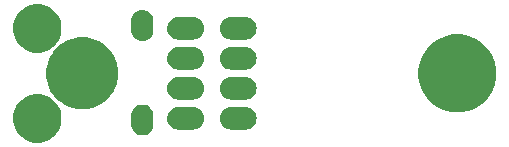
<source format=gbr>
G04 #@! TF.GenerationSoftware,KiCad,Pcbnew,5.1.5+dfsg1-2build2*
G04 #@! TF.CreationDate,2022-10-31T13:26:34+01:00*
G04 #@! TF.ProjectId,DHTBreakout,44485442-7265-4616-9b6f-75742e6b6963,rev?*
G04 #@! TF.SameCoordinates,Original*
G04 #@! TF.FileFunction,Soldermask,Top*
G04 #@! TF.FilePolarity,Negative*
%FSLAX46Y46*%
G04 Gerber Fmt 4.6, Leading zero omitted, Abs format (unit mm)*
G04 Created by KiCad (PCBNEW 5.1.5+dfsg1-2build2) date 2022-10-31 13:26:34*
%MOMM*%
%LPD*%
G04 APERTURE LIST*
%ADD10C,0.150000*%
G04 APERTURE END LIST*
D10*
G36*
X52288254Y-43337818D02*
G01*
X52661511Y-43492426D01*
X52661513Y-43492427D01*
X52997436Y-43716884D01*
X53283116Y-44002564D01*
X53482155Y-44300446D01*
X53507574Y-44338489D01*
X53662182Y-44711746D01*
X53741000Y-45107993D01*
X53741000Y-45512007D01*
X53662182Y-45908254D01*
X53516070Y-46261000D01*
X53507573Y-46281513D01*
X53283116Y-46617436D01*
X52997436Y-46903116D01*
X52661513Y-47127573D01*
X52661512Y-47127574D01*
X52661511Y-47127574D01*
X52288254Y-47282182D01*
X51892007Y-47361000D01*
X51487993Y-47361000D01*
X51091746Y-47282182D01*
X50718489Y-47127574D01*
X50718488Y-47127574D01*
X50718487Y-47127573D01*
X50382564Y-46903116D01*
X50096884Y-46617436D01*
X49872427Y-46281513D01*
X49863930Y-46261000D01*
X49717818Y-45908254D01*
X49639000Y-45512007D01*
X49639000Y-45107993D01*
X49717818Y-44711746D01*
X49872426Y-44338489D01*
X49897846Y-44300446D01*
X50096884Y-44002564D01*
X50382564Y-43716884D01*
X50718487Y-43492427D01*
X50718489Y-43492426D01*
X51091746Y-43337818D01*
X51487993Y-43259000D01*
X51892007Y-43259000D01*
X52288254Y-43337818D01*
G37*
G36*
X60766425Y-44157760D02*
G01*
X60766428Y-44157761D01*
X60766429Y-44157761D01*
X60945693Y-44212140D01*
X60945696Y-44212142D01*
X60945697Y-44212142D01*
X61110903Y-44300446D01*
X61255712Y-44419288D01*
X61374554Y-44564097D01*
X61462859Y-44729305D01*
X61462860Y-44729307D01*
X61484608Y-44801000D01*
X61517240Y-44908574D01*
X61531000Y-45048283D01*
X61531000Y-45841718D01*
X61517240Y-45981425D01*
X61517239Y-45981428D01*
X61517239Y-45981429D01*
X61462860Y-46160693D01*
X61462858Y-46160696D01*
X61462858Y-46160697D01*
X61374554Y-46325903D01*
X61255712Y-46470712D01*
X61110903Y-46589554D01*
X60945696Y-46677858D01*
X60945692Y-46677860D01*
X60766428Y-46732239D01*
X60766427Y-46732239D01*
X60766424Y-46732240D01*
X60580000Y-46750601D01*
X60393575Y-46732240D01*
X60393572Y-46732239D01*
X60393571Y-46732239D01*
X60214307Y-46677860D01*
X60214303Y-46677858D01*
X60049097Y-46589554D01*
X59904288Y-46470712D01*
X59785446Y-46325903D01*
X59697142Y-46160696D01*
X59697141Y-46160693D01*
X59697140Y-46160692D01*
X59642761Y-45981428D01*
X59642761Y-45981427D01*
X59642760Y-45981424D01*
X59629000Y-45841717D01*
X59629000Y-45048282D01*
X59642760Y-44908570D01*
X59697140Y-44729308D01*
X59785447Y-44564097D01*
X59904289Y-44419288D01*
X60049098Y-44300446D01*
X60214304Y-44212142D01*
X60214305Y-44212142D01*
X60214308Y-44212140D01*
X60393572Y-44157761D01*
X60393573Y-44157761D01*
X60393576Y-44157760D01*
X60580000Y-44139399D01*
X60766425Y-44157760D01*
G37*
G36*
X69486425Y-44372760D02*
G01*
X69486428Y-44372761D01*
X69486429Y-44372761D01*
X69665693Y-44427140D01*
X69665696Y-44427142D01*
X69665697Y-44427142D01*
X69830903Y-44515446D01*
X69975712Y-44634288D01*
X70094554Y-44779097D01*
X70182858Y-44944303D01*
X70182860Y-44944307D01*
X70232513Y-45107993D01*
X70237240Y-45123575D01*
X70255601Y-45310000D01*
X70237240Y-45496425D01*
X70237239Y-45496428D01*
X70237239Y-45496429D01*
X70182860Y-45675693D01*
X70182858Y-45675696D01*
X70182858Y-45675697D01*
X70094554Y-45840903D01*
X69975712Y-45985712D01*
X69830903Y-46104554D01*
X69665697Y-46192858D01*
X69665693Y-46192860D01*
X69486429Y-46247239D01*
X69486428Y-46247239D01*
X69486425Y-46247240D01*
X69346718Y-46261000D01*
X68053282Y-46261000D01*
X67913575Y-46247240D01*
X67913572Y-46247239D01*
X67913571Y-46247239D01*
X67734307Y-46192860D01*
X67734303Y-46192858D01*
X67569097Y-46104554D01*
X67424288Y-45985712D01*
X67305446Y-45840903D01*
X67217142Y-45675697D01*
X67217142Y-45675696D01*
X67217140Y-45675693D01*
X67162761Y-45496429D01*
X67162761Y-45496428D01*
X67162760Y-45496425D01*
X67144399Y-45310000D01*
X67162760Y-45123575D01*
X67167487Y-45107993D01*
X67217140Y-44944307D01*
X67217142Y-44944303D01*
X67305446Y-44779097D01*
X67424288Y-44634288D01*
X67569097Y-44515446D01*
X67734303Y-44427142D01*
X67734304Y-44427142D01*
X67734307Y-44427140D01*
X67913571Y-44372761D01*
X67913572Y-44372761D01*
X67913575Y-44372760D01*
X68053282Y-44359000D01*
X69346718Y-44359000D01*
X69486425Y-44372760D01*
G37*
G36*
X65041425Y-44372760D02*
G01*
X65041428Y-44372761D01*
X65041429Y-44372761D01*
X65220693Y-44427140D01*
X65220696Y-44427142D01*
X65220697Y-44427142D01*
X65385903Y-44515446D01*
X65530712Y-44634288D01*
X65649554Y-44779097D01*
X65737858Y-44944303D01*
X65737860Y-44944307D01*
X65787513Y-45107993D01*
X65792240Y-45123575D01*
X65810601Y-45310000D01*
X65792240Y-45496425D01*
X65792239Y-45496428D01*
X65792239Y-45496429D01*
X65737860Y-45675693D01*
X65737858Y-45675696D01*
X65737858Y-45675697D01*
X65649554Y-45840903D01*
X65530712Y-45985712D01*
X65385903Y-46104554D01*
X65220697Y-46192858D01*
X65220693Y-46192860D01*
X65041429Y-46247239D01*
X65041428Y-46247239D01*
X65041425Y-46247240D01*
X64901718Y-46261000D01*
X63608282Y-46261000D01*
X63468575Y-46247240D01*
X63468572Y-46247239D01*
X63468571Y-46247239D01*
X63289307Y-46192860D01*
X63289303Y-46192858D01*
X63124097Y-46104554D01*
X62979288Y-45985712D01*
X62860446Y-45840903D01*
X62772142Y-45675697D01*
X62772142Y-45675696D01*
X62772140Y-45675693D01*
X62717761Y-45496429D01*
X62717761Y-45496428D01*
X62717760Y-45496425D01*
X62699399Y-45310000D01*
X62717760Y-45123575D01*
X62722487Y-45107993D01*
X62772140Y-44944307D01*
X62772142Y-44944303D01*
X62860446Y-44779097D01*
X62979288Y-44634288D01*
X63124097Y-44515446D01*
X63289303Y-44427142D01*
X63289304Y-44427142D01*
X63289307Y-44427140D01*
X63468571Y-44372761D01*
X63468572Y-44372761D01*
X63468575Y-44372760D01*
X63608282Y-44359000D01*
X64901718Y-44359000D01*
X65041425Y-44372760D01*
G37*
G36*
X88212865Y-38325855D02*
G01*
X88813608Y-38574691D01*
X88813610Y-38574692D01*
X89354265Y-38935946D01*
X89814054Y-39395735D01*
X90175308Y-39936390D01*
X90175309Y-39936392D01*
X90424145Y-40537135D01*
X90551000Y-41174879D01*
X90551000Y-41825121D01*
X90424145Y-42462865D01*
X90182366Y-43046570D01*
X90175308Y-43063610D01*
X89814054Y-43604265D01*
X89354265Y-44064054D01*
X88813610Y-44425308D01*
X88813609Y-44425309D01*
X88813608Y-44425309D01*
X88212865Y-44674145D01*
X87575121Y-44801000D01*
X86924879Y-44801000D01*
X86287135Y-44674145D01*
X85686392Y-44425309D01*
X85686391Y-44425309D01*
X85686390Y-44425308D01*
X85145735Y-44064054D01*
X84685946Y-43604265D01*
X84324692Y-43063610D01*
X84317634Y-43046570D01*
X84075855Y-42462865D01*
X83949000Y-41825121D01*
X83949000Y-41174879D01*
X84075855Y-40537135D01*
X84324691Y-39936392D01*
X84324692Y-39936390D01*
X84685946Y-39395735D01*
X85145735Y-38935946D01*
X85686390Y-38574692D01*
X85686392Y-38574691D01*
X86287135Y-38325855D01*
X86924879Y-38199000D01*
X87575121Y-38199000D01*
X88212865Y-38325855D01*
G37*
G36*
X56389943Y-38566248D02*
G01*
X56945189Y-38796238D01*
X57154276Y-38935946D01*
X57444899Y-39130134D01*
X57869866Y-39555101D01*
X57994080Y-39741000D01*
X58203762Y-40054811D01*
X58433752Y-40610057D01*
X58551000Y-41199501D01*
X58551000Y-41800499D01*
X58433752Y-42389943D01*
X58203762Y-42945189D01*
X58194241Y-42959438D01*
X57869866Y-43444899D01*
X57444899Y-43869866D01*
X57304573Y-43963629D01*
X56945189Y-44203762D01*
X56389943Y-44433752D01*
X55800499Y-44551000D01*
X55199501Y-44551000D01*
X54610057Y-44433752D01*
X54054811Y-44203762D01*
X53695427Y-43963629D01*
X53555101Y-43869866D01*
X53130134Y-43444899D01*
X52805759Y-42959438D01*
X52796238Y-42945189D01*
X52566248Y-42389943D01*
X52449000Y-41800499D01*
X52449000Y-41199501D01*
X52566248Y-40610057D01*
X52796238Y-40054811D01*
X53005920Y-39741000D01*
X53130134Y-39555101D01*
X53555101Y-39130134D01*
X53845724Y-38935946D01*
X54054811Y-38796238D01*
X54610057Y-38566248D01*
X55199501Y-38449000D01*
X55800499Y-38449000D01*
X56389943Y-38566248D01*
G37*
G36*
X65041425Y-41832760D02*
G01*
X65041428Y-41832761D01*
X65041429Y-41832761D01*
X65220693Y-41887140D01*
X65220696Y-41887142D01*
X65220697Y-41887142D01*
X65385903Y-41975446D01*
X65530712Y-42094288D01*
X65649554Y-42239097D01*
X65730182Y-42389943D01*
X65737860Y-42404307D01*
X65792239Y-42583571D01*
X65792240Y-42583575D01*
X65810601Y-42770000D01*
X65792240Y-42956425D01*
X65792239Y-42956428D01*
X65792239Y-42956429D01*
X65737860Y-43135693D01*
X65737858Y-43135696D01*
X65737858Y-43135697D01*
X65649554Y-43300903D01*
X65530712Y-43445712D01*
X65385903Y-43564554D01*
X65220697Y-43652858D01*
X65220693Y-43652860D01*
X65041429Y-43707239D01*
X65041428Y-43707239D01*
X65041425Y-43707240D01*
X64901718Y-43721000D01*
X63608282Y-43721000D01*
X63468575Y-43707240D01*
X63468572Y-43707239D01*
X63468571Y-43707239D01*
X63289307Y-43652860D01*
X63289303Y-43652858D01*
X63124097Y-43564554D01*
X62979288Y-43445712D01*
X62860446Y-43300903D01*
X62772142Y-43135697D01*
X62772142Y-43135696D01*
X62772140Y-43135693D01*
X62717761Y-42956429D01*
X62717761Y-42956428D01*
X62717760Y-42956425D01*
X62699399Y-42770000D01*
X62717760Y-42583575D01*
X62717761Y-42583571D01*
X62772140Y-42404307D01*
X62779818Y-42389943D01*
X62860446Y-42239097D01*
X62979288Y-42094288D01*
X63124097Y-41975446D01*
X63289303Y-41887142D01*
X63289304Y-41887142D01*
X63289307Y-41887140D01*
X63468571Y-41832761D01*
X63468572Y-41832761D01*
X63468575Y-41832760D01*
X63608282Y-41819000D01*
X64901718Y-41819000D01*
X65041425Y-41832760D01*
G37*
G36*
X69486425Y-41832760D02*
G01*
X69486428Y-41832761D01*
X69486429Y-41832761D01*
X69665693Y-41887140D01*
X69665696Y-41887142D01*
X69665697Y-41887142D01*
X69830903Y-41975446D01*
X69975712Y-42094288D01*
X70094554Y-42239097D01*
X70175182Y-42389943D01*
X70182860Y-42404307D01*
X70237239Y-42583571D01*
X70237240Y-42583575D01*
X70255601Y-42770000D01*
X70237240Y-42956425D01*
X70237239Y-42956428D01*
X70237239Y-42956429D01*
X70182860Y-43135693D01*
X70182858Y-43135696D01*
X70182858Y-43135697D01*
X70094554Y-43300903D01*
X69975712Y-43445712D01*
X69830903Y-43564554D01*
X69665697Y-43652858D01*
X69665693Y-43652860D01*
X69486429Y-43707239D01*
X69486428Y-43707239D01*
X69486425Y-43707240D01*
X69346718Y-43721000D01*
X68053282Y-43721000D01*
X67913575Y-43707240D01*
X67913572Y-43707239D01*
X67913571Y-43707239D01*
X67734307Y-43652860D01*
X67734303Y-43652858D01*
X67569097Y-43564554D01*
X67424288Y-43445712D01*
X67305446Y-43300903D01*
X67217142Y-43135697D01*
X67217142Y-43135696D01*
X67217140Y-43135693D01*
X67162761Y-42956429D01*
X67162761Y-42956428D01*
X67162760Y-42956425D01*
X67144399Y-42770000D01*
X67162760Y-42583575D01*
X67162761Y-42583571D01*
X67217140Y-42404307D01*
X67224818Y-42389943D01*
X67305446Y-42239097D01*
X67424288Y-42094288D01*
X67569097Y-41975446D01*
X67734303Y-41887142D01*
X67734304Y-41887142D01*
X67734307Y-41887140D01*
X67913571Y-41832761D01*
X67913572Y-41832761D01*
X67913575Y-41832760D01*
X68053282Y-41819000D01*
X69346718Y-41819000D01*
X69486425Y-41832760D01*
G37*
G36*
X65041425Y-39292760D02*
G01*
X65041428Y-39292761D01*
X65041429Y-39292761D01*
X65220693Y-39347140D01*
X65220696Y-39347142D01*
X65220697Y-39347142D01*
X65385903Y-39435446D01*
X65530712Y-39554288D01*
X65649554Y-39699097D01*
X65737858Y-39864303D01*
X65737860Y-39864307D01*
X65764895Y-39953430D01*
X65792240Y-40043575D01*
X65810601Y-40230000D01*
X65792240Y-40416425D01*
X65792239Y-40416428D01*
X65792239Y-40416429D01*
X65737860Y-40595693D01*
X65737858Y-40595696D01*
X65737858Y-40595697D01*
X65649554Y-40760903D01*
X65530712Y-40905712D01*
X65385903Y-41024554D01*
X65244137Y-41100329D01*
X65220693Y-41112860D01*
X65041429Y-41167239D01*
X65041428Y-41167239D01*
X65041425Y-41167240D01*
X64901718Y-41181000D01*
X63608282Y-41181000D01*
X63468575Y-41167240D01*
X63468572Y-41167239D01*
X63468571Y-41167239D01*
X63289307Y-41112860D01*
X63265863Y-41100329D01*
X63124097Y-41024554D01*
X62979288Y-40905712D01*
X62860446Y-40760903D01*
X62772142Y-40595697D01*
X62772142Y-40595696D01*
X62772140Y-40595693D01*
X62717761Y-40416429D01*
X62717761Y-40416428D01*
X62717760Y-40416425D01*
X62699399Y-40230000D01*
X62717760Y-40043575D01*
X62745105Y-39953430D01*
X62772140Y-39864307D01*
X62772142Y-39864303D01*
X62860446Y-39699097D01*
X62979288Y-39554288D01*
X63124097Y-39435446D01*
X63289303Y-39347142D01*
X63289304Y-39347142D01*
X63289307Y-39347140D01*
X63468571Y-39292761D01*
X63468572Y-39292761D01*
X63468575Y-39292760D01*
X63608282Y-39279000D01*
X64901718Y-39279000D01*
X65041425Y-39292760D01*
G37*
G36*
X69486425Y-39292760D02*
G01*
X69486428Y-39292761D01*
X69486429Y-39292761D01*
X69665693Y-39347140D01*
X69665696Y-39347142D01*
X69665697Y-39347142D01*
X69830903Y-39435446D01*
X69975712Y-39554288D01*
X70094554Y-39699097D01*
X70182858Y-39864303D01*
X70182860Y-39864307D01*
X70209895Y-39953430D01*
X70237240Y-40043575D01*
X70255601Y-40230000D01*
X70237240Y-40416425D01*
X70237239Y-40416428D01*
X70237239Y-40416429D01*
X70182860Y-40595693D01*
X70182858Y-40595696D01*
X70182858Y-40595697D01*
X70094554Y-40760903D01*
X69975712Y-40905712D01*
X69830903Y-41024554D01*
X69689137Y-41100329D01*
X69665693Y-41112860D01*
X69486429Y-41167239D01*
X69486428Y-41167239D01*
X69486425Y-41167240D01*
X69346718Y-41181000D01*
X68053282Y-41181000D01*
X67913575Y-41167240D01*
X67913572Y-41167239D01*
X67913571Y-41167239D01*
X67734307Y-41112860D01*
X67710863Y-41100329D01*
X67569097Y-41024554D01*
X67424288Y-40905712D01*
X67305446Y-40760903D01*
X67217142Y-40595697D01*
X67217142Y-40595696D01*
X67217140Y-40595693D01*
X67162761Y-40416429D01*
X67162761Y-40416428D01*
X67162760Y-40416425D01*
X67144399Y-40230000D01*
X67162760Y-40043575D01*
X67190105Y-39953430D01*
X67217140Y-39864307D01*
X67217142Y-39864303D01*
X67305446Y-39699097D01*
X67424288Y-39554288D01*
X67569097Y-39435446D01*
X67734303Y-39347142D01*
X67734304Y-39347142D01*
X67734307Y-39347140D01*
X67913571Y-39292761D01*
X67913572Y-39292761D01*
X67913575Y-39292760D01*
X68053282Y-39279000D01*
X69346718Y-39279000D01*
X69486425Y-39292760D01*
G37*
G36*
X52288254Y-35717818D02*
G01*
X52661511Y-35872426D01*
X52661513Y-35872427D01*
X52997436Y-36096884D01*
X53283116Y-36382564D01*
X53507574Y-36718489D01*
X53662182Y-37091746D01*
X53741000Y-37487993D01*
X53741000Y-37892007D01*
X53662182Y-38288254D01*
X53516070Y-38641000D01*
X53507573Y-38661513D01*
X53283116Y-38997436D01*
X52997436Y-39283116D01*
X52661513Y-39507573D01*
X52661512Y-39507574D01*
X52661511Y-39507574D01*
X52288254Y-39662182D01*
X51892007Y-39741000D01*
X51487993Y-39741000D01*
X51091746Y-39662182D01*
X50718489Y-39507574D01*
X50718488Y-39507574D01*
X50718487Y-39507573D01*
X50382564Y-39283116D01*
X50096884Y-38997436D01*
X49872427Y-38661513D01*
X49863930Y-38641000D01*
X49717818Y-38288254D01*
X49639000Y-37892007D01*
X49639000Y-37487993D01*
X49717818Y-37091746D01*
X49872426Y-36718489D01*
X50096884Y-36382564D01*
X50382564Y-36096884D01*
X50718487Y-35872427D01*
X50718489Y-35872426D01*
X51091746Y-35717818D01*
X51487993Y-35639000D01*
X51892007Y-35639000D01*
X52288254Y-35717818D01*
G37*
G36*
X60766425Y-36157760D02*
G01*
X60766428Y-36157761D01*
X60766429Y-36157761D01*
X60945693Y-36212140D01*
X60945696Y-36212142D01*
X60945697Y-36212142D01*
X61110903Y-36300446D01*
X61255712Y-36419288D01*
X61374554Y-36564097D01*
X61457077Y-36718487D01*
X61462860Y-36729307D01*
X61486470Y-36807140D01*
X61517240Y-36908574D01*
X61531000Y-37048283D01*
X61531000Y-37841718D01*
X61517240Y-37981425D01*
X61517239Y-37981428D01*
X61517239Y-37981429D01*
X61462860Y-38160693D01*
X61462858Y-38160696D01*
X61462858Y-38160697D01*
X61374554Y-38325903D01*
X61255712Y-38470712D01*
X61110903Y-38589554D01*
X60945696Y-38677858D01*
X60945692Y-38677860D01*
X60766428Y-38732239D01*
X60766427Y-38732239D01*
X60766424Y-38732240D01*
X60580000Y-38750601D01*
X60393575Y-38732240D01*
X60393572Y-38732239D01*
X60393571Y-38732239D01*
X60214307Y-38677860D01*
X60183720Y-38661511D01*
X60049097Y-38589554D01*
X59904288Y-38470712D01*
X59785446Y-38325903D01*
X59697142Y-38160696D01*
X59697141Y-38160693D01*
X59697140Y-38160692D01*
X59642761Y-37981428D01*
X59642761Y-37981427D01*
X59642760Y-37981424D01*
X59629000Y-37841717D01*
X59629000Y-37048282D01*
X59642760Y-36908570D01*
X59697140Y-36729308D01*
X59785447Y-36564097D01*
X59904289Y-36419288D01*
X60049098Y-36300446D01*
X60214304Y-36212142D01*
X60214305Y-36212142D01*
X60214308Y-36212140D01*
X60393572Y-36157761D01*
X60393573Y-36157761D01*
X60393576Y-36157760D01*
X60580000Y-36139399D01*
X60766425Y-36157760D01*
G37*
G36*
X65041425Y-36752760D02*
G01*
X65041428Y-36752761D01*
X65041429Y-36752761D01*
X65220693Y-36807140D01*
X65220696Y-36807142D01*
X65220697Y-36807142D01*
X65385903Y-36895446D01*
X65530712Y-37014288D01*
X65649554Y-37159097D01*
X65737858Y-37324303D01*
X65737860Y-37324307D01*
X65787513Y-37487993D01*
X65792240Y-37503575D01*
X65810601Y-37690000D01*
X65792240Y-37876425D01*
X65792239Y-37876428D01*
X65792239Y-37876429D01*
X65737860Y-38055693D01*
X65737858Y-38055696D01*
X65737858Y-38055697D01*
X65649554Y-38220903D01*
X65530712Y-38365712D01*
X65385903Y-38484554D01*
X65220697Y-38572858D01*
X65220693Y-38572860D01*
X65041429Y-38627239D01*
X65041428Y-38627239D01*
X65041425Y-38627240D01*
X64901718Y-38641000D01*
X63608282Y-38641000D01*
X63468575Y-38627240D01*
X63468572Y-38627239D01*
X63468571Y-38627239D01*
X63289307Y-38572860D01*
X63289303Y-38572858D01*
X63124097Y-38484554D01*
X62979288Y-38365712D01*
X62860446Y-38220903D01*
X62772142Y-38055697D01*
X62772142Y-38055696D01*
X62772140Y-38055693D01*
X62717761Y-37876429D01*
X62717761Y-37876428D01*
X62717760Y-37876425D01*
X62699399Y-37690000D01*
X62717760Y-37503575D01*
X62722487Y-37487993D01*
X62772140Y-37324307D01*
X62772142Y-37324303D01*
X62860446Y-37159097D01*
X62979288Y-37014288D01*
X63124097Y-36895446D01*
X63289303Y-36807142D01*
X63289304Y-36807142D01*
X63289307Y-36807140D01*
X63468571Y-36752761D01*
X63468572Y-36752761D01*
X63468575Y-36752760D01*
X63608282Y-36739000D01*
X64901718Y-36739000D01*
X65041425Y-36752760D01*
G37*
G36*
X69486425Y-36752760D02*
G01*
X69486428Y-36752761D01*
X69486429Y-36752761D01*
X69665693Y-36807140D01*
X69665696Y-36807142D01*
X69665697Y-36807142D01*
X69830903Y-36895446D01*
X69975712Y-37014288D01*
X70094554Y-37159097D01*
X70182858Y-37324303D01*
X70182860Y-37324307D01*
X70232513Y-37487993D01*
X70237240Y-37503575D01*
X70255601Y-37690000D01*
X70237240Y-37876425D01*
X70237239Y-37876428D01*
X70237239Y-37876429D01*
X70182860Y-38055693D01*
X70182858Y-38055696D01*
X70182858Y-38055697D01*
X70094554Y-38220903D01*
X69975712Y-38365712D01*
X69830903Y-38484554D01*
X69665697Y-38572858D01*
X69665693Y-38572860D01*
X69486429Y-38627239D01*
X69486428Y-38627239D01*
X69486425Y-38627240D01*
X69346718Y-38641000D01*
X68053282Y-38641000D01*
X67913575Y-38627240D01*
X67913572Y-38627239D01*
X67913571Y-38627239D01*
X67734307Y-38572860D01*
X67734303Y-38572858D01*
X67569097Y-38484554D01*
X67424288Y-38365712D01*
X67305446Y-38220903D01*
X67217142Y-38055697D01*
X67217142Y-38055696D01*
X67217140Y-38055693D01*
X67162761Y-37876429D01*
X67162761Y-37876428D01*
X67162760Y-37876425D01*
X67144399Y-37690000D01*
X67162760Y-37503575D01*
X67167487Y-37487993D01*
X67217140Y-37324307D01*
X67217142Y-37324303D01*
X67305446Y-37159097D01*
X67424288Y-37014288D01*
X67569097Y-36895446D01*
X67734303Y-36807142D01*
X67734304Y-36807142D01*
X67734307Y-36807140D01*
X67913571Y-36752761D01*
X67913572Y-36752761D01*
X67913575Y-36752760D01*
X68053282Y-36739000D01*
X69346718Y-36739000D01*
X69486425Y-36752760D01*
G37*
M02*

</source>
